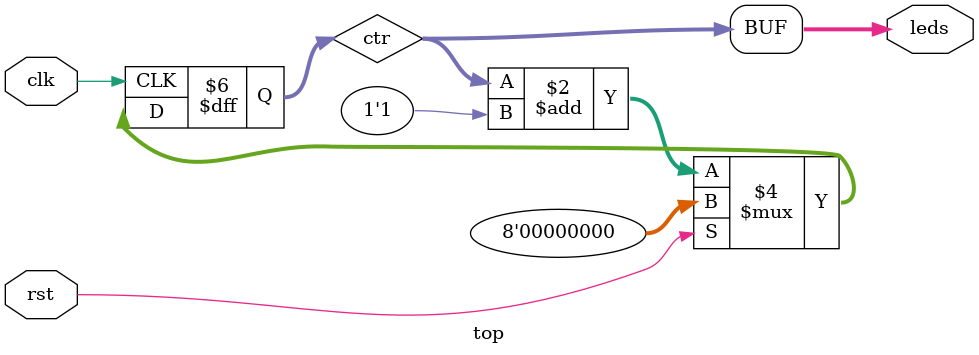
<source format=v>
module top(input clk, rst, output [7:0] leds);

reg [7:0] ctr;
always @(posedge clk)
	if (rst)
		ctr <= 8'h00;
	else
		ctr <= ctr + 1'b1;

assign leds = ctr;

endmodule

</source>
